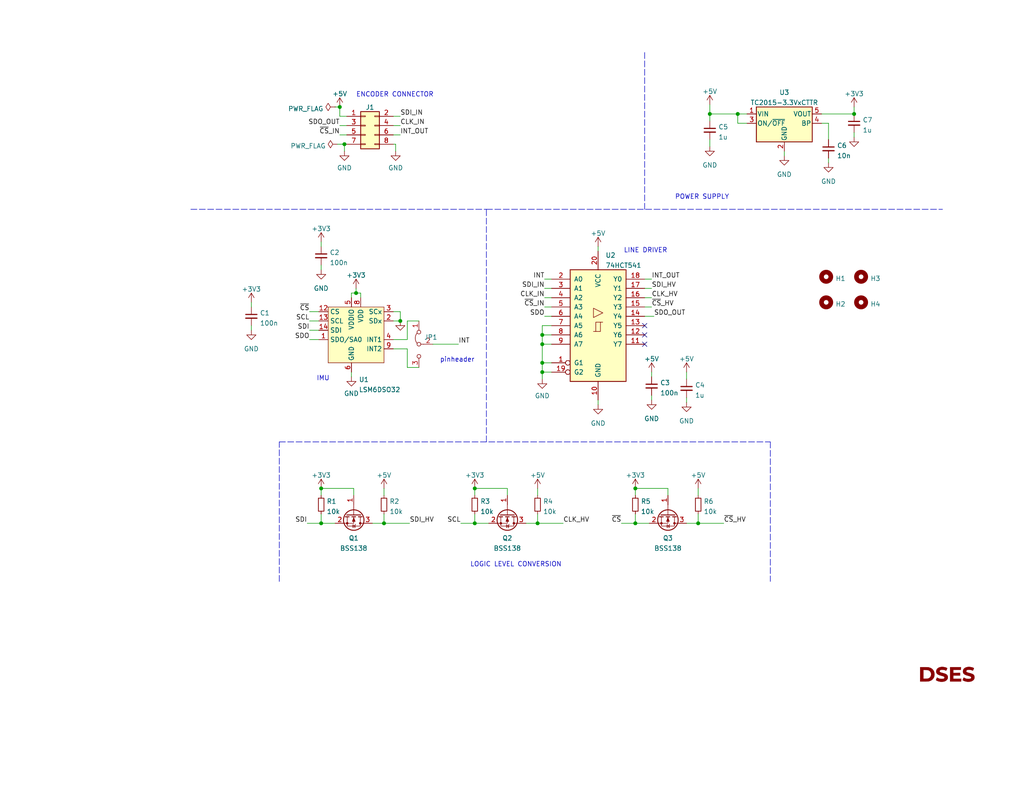
<source format=kicad_sch>
(kicad_sch (version 20211123) (generator eeschema)
  (paper "USLetter")
  (title_block (title "IMU Elevation Position Sensor") (date "2022-01-22") (rev "1") (company "Deep Space Exploration Society") (comment 1 "Designed by Hans Gaensbauer"))
  (lib_symbols
    (symbol "74xx:74HCT541" (pin_names (offset 1.016))
      (property "Reference" "U" (at -7.62 16.51 0))
      (property "Value" "74HCT541" (at -7.62 -16.51 0))
      (symbol "74HCT541_1_0"
        (polyline (pts (xy -0.635 -1.6002) (xy -0.635 0.9398) (xy 0.635 0.9398)))
        (polyline (pts (xy -1.27 -1.6002) (xy 0.635 -1.6002) (xy 0.635 0.9398) (xy 1.27 0.9398)))
        (polyline (pts (xy 1.27 3.4798) (xy -1.27 4.7498) (xy -1.27 2.2098) (xy 1.27 3.4798)) (stroke (width 0.1524)))
        (pin input inverted (at -12.7 -10.16 0) (length 5.08) (name "G1") (number "1"))
        (pin power_in line (at 0 -20.32 90) (length 5.08) (name "GND") (number "10"))
        (pin tri_state line (at 12.7 -5.08 180) (length 5.08) (name "Y7") (number "11"))
        (pin tri_state line (at 12.7 -2.54 180) (length 5.08) (name "Y6") (number "12"))
        (pin tri_state line (at 12.7 0 180) (length 5.08) (name "Y5") (number "13"))
        (pin tri_state line (at 12.7 2.54 180) (length 5.08) (name "Y4") (number "14"))
        (pin tri_state line (at 12.7 5.08 180) (length 5.08) (name "Y3") (number "15"))
        (pin tri_state line (at 12.7 7.62 180) (length 5.08) (name "Y2") (number "16"))
        (pin tri_state line (at 12.7 10.16 180) (length 5.08) (name "Y1") (number "17"))
        (pin tri_state line (at 12.7 12.7 180) (length 5.08) (name "Y0") (number "18"))
        (pin input inverted (at -12.7 -12.7 0) (length 5.08) (name "G2") (number "19"))
        (pin input line (at -12.7 12.7 0) (length 5.08) (name "A0") (number "2"))
        (pin power_in line (at 0 20.32 270) (length 5.08) (name "VCC") (number "20"))
        (pin input line (at -12.7 10.16 0) (length 5.08) (name "A1") (number "3"))
        (pin input line (at -12.7 7.62 0) (length 5.08) (name "A2") (number "4"))
        (pin input line (at -12.7 5.08 0) (length 5.08) (name "A3") (number "5"))
        (pin input line (at -12.7 2.54 0) (length 5.08) (name "A4") (number "6"))
        (pin input line (at -12.7 0 0) (length 5.08) (name "A5") (number "7"))
        (pin input line (at -12.7 -2.54 0) (length 5.08) (name "A6") (number "8"))
        (pin input line (at -12.7 -5.08 0) (length 5.08) (name "A7") (number "9"))
      )
      (symbol "74HCT541_1_1"
        (rectangle (start -7.62 15.24) (end 7.62 -15.24) (stroke (width 0.254)) (fill (type background)))
      )
    )
    (symbol "Connector_Generic:Conn_02x04_Odd_Even" (pin_names (offset 1.016) hide)
      (property "Reference" "J" (at 1.27 5.08 0))
      (property "Value" "Conn_02x04_Odd_Even" (at 1.27 -7.62 0))
      (symbol "Conn_02x04_Odd_Even_1_1"
        (rectangle (start -1.27 -4.953) (end 0 -5.207) (stroke (width 0.1524)))
        (rectangle (start -1.27 -2.413) (end 0 -2.667) (stroke (width 0.1524)))
        (rectangle (start -1.27 0.127) (end 0 -0.127) (stroke (width 0.1524)))
        (rectangle (start -1.27 2.667) (end 0 2.413) (stroke (width 0.1524)))
        (rectangle (start -1.27 3.81) (end 3.81 -6.35) (stroke (width 0.254)) (fill (type background)))
        (rectangle (start 3.81 -4.953) (end 2.54 -5.207) (stroke (width 0.1524)))
        (rectangle (start 3.81 -2.413) (end 2.54 -2.667) (stroke (width 0.1524)))
        (rectangle (start 3.81 0.127) (end 2.54 -0.127) (stroke (width 0.1524)))
        (rectangle (start 3.81 2.667) (end 2.54 2.413) (stroke (width 0.1524)))
        (pin passive line (at -5.08 2.54 0) (length 3.81) (name "Pin_1") (number "1"))
        (pin passive line (at 7.62 2.54 180) (length 3.81) (name "Pin_2") (number "2"))
        (pin passive line (at -5.08 0 0) (length 3.81) (name "Pin_3") (number "3"))
        (pin passive line (at 7.62 0 180) (length 3.81) (name "Pin_4") (number "4"))
        (pin passive line (at -5.08 -2.54 0) (length 3.81) (name "Pin_5") (number "5"))
        (pin passive line (at 7.62 -2.54 180) (length 3.81) (name "Pin_6") (number "6"))
        (pin passive line (at -5.08 -5.08 0) (length 3.81) (name "Pin_7") (number "7"))
        (pin passive line (at 7.62 -5.08 180) (length 3.81) (name "Pin_8") (number "8"))
      )
    )
    (symbol "Device:C_Small" (pin_numbers hide) (pin_names (offset 0.254) hide)
      (property "Reference" "C" (at 0.254 1.778 0))
      (property "Value" "C_Small" (at 0.254 -2.032 0))
      (symbol "C_Small_0_1"
        (polyline (pts (xy -1.524 -0.508) (xy 1.524 -0.508)) (stroke (width 0.3302)))
        (polyline (pts (xy -1.524 0.508) (xy 1.524 0.508)) (stroke (width 0.3048)))
      )
      (symbol "C_Small_1_1"
        (pin passive line (at 0 2.54 270) (length 2.032) (name "~") (number "1"))
        (pin passive line (at 0 -2.54 90) (length 2.032) (name "~") (number "2"))
      )
    )
    (symbol "Device:R_Small" (pin_numbers hide) (pin_names (offset 0.254) hide)
      (property "Reference" "R" (at 0.762 0.508 0))
      (property "Value" "R_Small" (at 0.762 -1.016 0))
      (symbol "R_Small_0_1"
        (rectangle (start -0.762 1.778) (end 0.762 -1.778) (stroke (width 0.2032)))
      )
      (symbol "R_Small_1_1"
        (pin passive line (at 0 2.54 270) (length 0.762) (name "~") (number "1"))
        (pin passive line (at 0 -2.54 90) (length 0.762) (name "~") (number "2"))
      )
    )
    (symbol "Jumper:Jumper_3_Bridged12" (pin_names (offset 0) hide)
      (property "Reference" "JP" (at -2.54 -2.54 0))
      (property "Value" "Jumper_3_Bridged12" (at 0 2.794 0))
      (symbol "Jumper_3_Bridged12_0_0"
        (circle (center -3.302 0) (radius 0.508))
        (circle (center 0 0) (radius 0.508))
        (circle (center 3.302 0) (radius 0.508))
      )
      (symbol "Jumper_3_Bridged12_0_1"
        (arc (start -0.254 0.508) (mid -1.651 0.9912) (end -3.048 0.508))
        (polyline (pts (xy 0 -1.27) (xy 0 -0.508)))
      )
      (symbol "Jumper_3_Bridged12_1_1"
        (pin passive line (at -6.35 0 0) (length 2.54) (name "A") (number "1"))
        (pin input line (at 0 -3.81 90) (length 2.54) (name "C") (number "2"))
        (pin passive line (at 6.35 0 180) (length 2.54) (name "B") (number "3"))
      )
    )
    (symbol "Mechanical:MountingHole" (pin_names (offset 1.016))
      (property "Reference" "H" (at 0 5.08 0))
      (property "Value" "MountingHole" (at 0 3.175 0))
      (symbol "MountingHole_0_1"
        (circle (center 0 0) (radius 1.27) (stroke (width 1.27)))
      )
    )
    (symbol "Regulator_Linear:TC2015-3.3VxCTTR" (pin_names (offset 0.254))
      (property "Reference" "U" (at -6.35 5.715 0))
      (property "Value" "TC2015-3.3VxCTTR" (at 0 5.715 0))
      (symbol "TC2015-3.3VxCTTR_0_1"
        (rectangle (start -7.62 -5.08) (end 7.62 4.445) (stroke (width 0.254)) (fill (type background)))
      )
      (symbol "TC2015-3.3VxCTTR_1_1"
        (pin power_in line (at -10.16 2.54 0) (length 2.54) (name "VIN") (number "1"))
        (pin power_in line (at 0 -7.62 90) (length 2.54) (name "GND") (number "2"))
        (pin input line (at -10.16 0 0) (length 2.54) (name "ON/~{OFF}") (number "3"))
        (pin input line (at 10.16 0 180) (length 2.54) (name "BP") (number "4"))
        (pin power_out line (at 10.16 2.54 180) (length 2.54) (name "VOUT") (number "5"))
      )
    )
    (symbol "Transistor_FET:BSS138" (pin_names hide)
      (property "Reference" "Q" (at 5.08 1.905 0))
      (property "Value" "BSS138" (at 5.08 0 0))
      (symbol "BSS138_0_1"
        (polyline (pts (xy 0.254 0) (xy -2.54 0)))
        (polyline (pts (xy 0.254 1.905) (xy 0.254 -1.905)) (stroke (width 0.254)))
        (polyline (pts (xy 0.762 -1.27) (xy 0.762 -2.286)) (stroke (width 0.254)))
        (polyline (pts (xy 0.762 0.508) (xy 0.762 -0.508)) (stroke (width 0.254)))
        (polyline (pts (xy 0.762 2.286) (xy 0.762 1.27)) (stroke (width 0.254)))
        (polyline (pts (xy 2.54 2.54) (xy 2.54 1.778)))
        (polyline (pts (xy 2.54 -2.54) (xy 2.54 0) (xy 0.762 0)))
        (polyline (pts (xy 0.762 -1.778) (xy 3.302 -1.778) (xy 3.302 1.778) (xy 0.762 1.778)))
        (polyline (pts (xy 1.016 0) (xy 2.032 0.381) (xy 2.032 -0.381) (xy 1.016 0)) (fill (type outline)))
        (polyline (pts (xy 2.794 0.508) (xy 2.921 0.381) (xy 3.683 0.381) (xy 3.81 0.254)))
        (polyline (pts (xy 3.302 0.381) (xy 2.921 -0.254) (xy 3.683 -0.254) (xy 3.302 0.381)))
        (circle (center 1.651 0) (radius 2.794) (stroke (width 0.254)))
        (circle (center 2.54 -1.778) (radius 0.254) (fill (type outline)))
        (circle (center 2.54 1.778) (radius 0.254) (fill (type outline)))
      )
      (symbol "BSS138_1_1"
        (pin input line (at -5.08 0 0) (length 2.54) (name "G") (number "1"))
        (pin passive line (at 2.54 -5.08 90) (length 2.54) (name "S") (number "2"))
        (pin passive line (at 2.54 5.08 270) (length 2.54) (name "D") (number "3"))
      )
    )
    (symbol "interferometer:DSES-Logo" (pin_names (offset 1.016))
      (symbol "DSES-Logo_0_0"
        (polyline (pts (xy 3.7893 -1.5428) (xy 3.802 -1.1745) (xy 2.7371 -1.1857) (xy 1.6721 -1.1969) (xy 1.6721 -0.2787) (xy 3.5034 -0.2787) (xy 3.5034 0.418) (xy 2.5878 0.4038) (xy 1.6721 0.3896) (xy 1.6721 1.2739) (xy 3.6917 1.2739) (xy 3.717 1.4587) (xy 3.7214 1.4936) (xy 3.7363 1.6611) (xy 3.7423 1.817) (xy 3.7423 1.9906) (xy 0.7962 1.9906) (xy 0.7962 -1.911) (xy 3.7767 -1.911) (xy 3.7893 -1.5428)) (stroke (width 0.01)) (fill (type outline)))
        (polyline (pts (xy -6.3401 -1.9103) (xy -6.1675 -1.9099) (xy -5.8262 -1.9065) (xy -5.5516 -1.8993) (xy -5.335 -1.888) (xy -5.1673 -1.8721) (xy -5.0397 -1.8513) (xy -4.6543 -1.7352) (xy -4.3097 -1.5595) (xy -4.0174 -1.3309) (xy -3.7821 -1.0549) (xy -3.6082 -0.737) (xy -3.5006 -0.3826) (xy -3.4636 0.0029) (xy -3.4636 0.0062) (xy -3.4993 0.4174) (xy -3.6032 0.7894) (xy -3.7722 1.1185) (xy -4.0034 1.4008) (xy -4.2937 1.6328) (xy -4.6402 1.8107) (xy -5.0397 1.9309) (xy -5.0911 1.9406) (xy -5.2352 1.9592) (xy -5.4232 1.973) (xy -5.6641 1.9825) (xy -5.9667 1.9879) (xy -6.3401 1.9899) (xy -7.3652 1.9906) (xy -7.3652 -1.1614) (xy -6.4894 -1.1614) (xy -6.4894 1.2597) (xy -6.141 1.2464) (xy -6.0194 1.2418) (xy -5.7495 1.231) (xy -5.5432 1.2213) (xy -5.3889 1.2111) (xy -5.2749 1.1991) (xy -5.1897 1.1836) (xy -5.1217 1.1634) (xy -5.0593 1.137) (xy -4.9909 1.1029) (xy -4.9015 1.0525) (xy -4.6757 0.8687) (xy -4.5122 0.6366) (xy -4.4128 0.3592) (xy -4.3793 0.0398) (xy -4.3826 -0.0642) (xy -4.437 -0.3716) (xy -4.5574 -0.6359) (xy -4.7425 -0.8549) (xy -4.9909 -1.0263) (xy -5.0354 -1.0491) (xy -5.1117 -1.0832) (xy -5.1908 -1.1074) (xy -5.2881 -1.1237) (xy -5.4189 -1.1344) (xy -5.5985 -1.1416) (xy -5.8424 -1.1475) (xy -6.4894 -1.1614) (xy -7.3652 -1.1614) (xy -7.3652 -1.911) (xy -6.3401 -1.9103)) (stroke (width 0.01)) (fill (type outline)))
        (polyline (pts (xy -1.2796 -1.9625) (xy -1.0198 -1.9362) (xy -0.8056 -1.8947) (xy -0.605 -1.8237) (xy -0.3599 -1.689) (xy -0.1484 -1.5187) (xy 0.0141 -1.3255) (xy 0.1124 -1.1225) (xy 0.1464 -0.9547) (xy 0.157 -0.7308) (xy 0.1357 -0.5143) (xy 0.0838 -0.3384) (xy 0.0763 -0.3226) (xy -0.0168 -0.1706) (xy -0.1429 -0.04) (xy -0.3114 0.0745) (xy -0.5316 0.1783) (xy -0.8126 0.2766) (xy -1.1639 0.3747) (xy -1.3013 0.4103) (xy -1.5635 0.4821) (xy -1.7606 0.5447) (xy -1.9018 0.6032) (xy -1.9959 0.6627) (xy -2.052 0.7283) (xy -2.0791 0.8052) (xy -2.0862 0.8984) (xy -2.0855 0.9188) (xy -2.0385 1.0671) (xy -1.9263 1.1914) (xy -1.7616 1.2772) (xy -1.7506 1.2806) (xy -1.6275 1.3002) (xy -1.45 1.309) (xy -1.24 1.3057) (xy -1.1167 1.2988) (xy -0.9226 1.2773) (xy -0.7599 1.2399) (xy -0.5972 1.1804) (xy -0.5917 1.1781) (xy -0.4587 1.1234) (xy -0.3547 1.0823) (xy -0.302 1.0635) (xy -0.2922 1.068) (xy -0.2518 1.1243) (xy -0.1949 1.2314) (xy -0.1304 1.3732) (xy 0.0048 1.6913) (xy -0.0812 1.7609) (xy -0.1563 1.8051) (xy -0.2838 1.8607) (xy -0.4319 1.9128) (xy -0.5184 1.9384) (xy -0.9298 2.0262) (xy -1.331 2.058) (xy -1.7114 2.035) (xy -2.0609 1.9584) (xy -2.369 1.8295) (xy -2.6253 1.6495) (xy -2.8006 1.4535) (xy -2.921 1.2152) (xy -2.9757 0.9367) (xy -2.9806 0.8446) (xy -2.9634 0.6016) (xy -2.8957 0.3918) (xy -2.7728 0.2107) (xy -2.5899 0.0536) (xy -2.342 -0.0838) (xy -2.0244 -0.2061) (xy -1.6323 -0.3179) (xy -1.3672 -0.3876) (xy -1.1239 -0.4628) (xy -0.9457 -0.5355) (xy -0.825 -0.6106) (xy -0.7546 -0.6929) (xy -0.7268 -0.7872) (xy -0.7344 -0.8984) (xy -0.7618 -0.9898) (xy -0.8369 -1.0931) (xy -0.962 -1.1642) (xy -1.1461 -1.2076) (xy -1.3984 -1.2278) (xy -1.5817 -1.2295) (xy -1.9168 -1.1991) (xy -2.2232 -1.1189) (xy -2.5274 -0.9831) (xy -2.7721 -0.8531) (xy -2.9089 -1.1686) (xy -2.9339 -1.2264) (xy -2.9932 -1.3636) (xy -3.0368 -1.465) (xy -3.0568 -1.5122) (xy -3.0573 -1.5142) (xy -3.0259 -1.5508) (xy -2.9391 -1.6066) (xy -2.8145 -1.673) (xy -2.6694 -1.7412) (xy -2.5211 -1.8025) (xy -2.3872 -1.8481) (xy -2.3004 -1.8714) (xy -2.1091 -1.9153) (xy -1.9293 -1.949) (xy -1.8041 -1.9633) (xy -1.552 -1.9721) (xy -1.2796 -1.9625)) (stroke (width 0.01)) (fill (type outline)))
        (polyline (pts (xy 6.006 -1.9625) (xy 6.2657 -1.9362) (xy 6.4799 -1.8947) (xy 6.6806 -1.8237) (xy 6.9257 -1.689) (xy 7.1372 -1.5187) (xy 7.2997 -1.3255) (xy 7.398 -1.1225) (xy 7.432 -0.9547) (xy 7.4426 -0.7308) (xy 7.4213 -0.5143) (xy 7.3693 -0.3384) (xy 7.3618 -0.3226) (xy 7.2688 -0.1706) (xy 7.1427 -0.04) (xy 6.9742 0.0745) (xy 6.754 0.1783) (xy 6.4729 0.2766) (xy 6.1217 0.3747) (xy 5.9842 0.4103) (xy 5.7221 0.4821) (xy 5.525 0.5447) (xy 5.3838 0.6032) (xy 5.2897 0.6627) (xy 5.2335 0.7283) (xy 5.2065 0.8052) (xy 5.1994 0.8984) (xy 5.2001 0.9188) (xy 5.2471 1.0671) (xy 5.3592 1.1914) (xy 5.524 1.2772) (xy 5.535 1.2806) (xy 5.6581 1.3002) (xy 5.8356 1.309) (xy 6.0456 1.3057) (xy 6.1689 1.2988) (xy 6.363 1.2773) (xy 6.5256 1.2399) (xy 6.6884 1.1804) (xy 6.6938 1.1781) (xy 6.8269 1.1234) (xy 6.9309 1.0823) (xy 6.9836 1.0635) (xy 6.9934 1.068) (xy 7.0338 1.1243) (xy 7.0907 1.2314) (xy 7.1552 1.3732) (xy 7.2904 1.6913) (xy 7.2044 1.7609) (xy 7.1293 1.8051) (xy 7.0017 1.8607) (xy 6.8537 1.9128) (xy 6.7671 1.9384) (xy 6.3557 2.0262) (xy 5.9546 2.058) (xy 5.5742 2.035) (xy 5.2247 1.9584) (xy 4.9166 1.8295) (xy 4.6603 1.6495) (xy 4.485 1.4535) (xy 4.3646 1.2152) (xy 4.3099 0.9367) (xy 4.305 0.8446) (xy 4.3222 0.6016) (xy 4.3899 0.3918) (xy 4.5127 0.2107) (xy 4.6957 0.0536) (xy 4.9435 -0.0838) (xy 5.2611 -0.2061) (xy 5.6533 -0.3179) (xy 5.9184 -0.3876) (xy 6.1617 -0.4628) (xy 6.3399 -0.5355) (xy 6.4605 -0.6106) (xy 6.531 -0.6929) (xy 6.5588 -0.7872) (xy 6.5512 -0.8984) (xy 6.5238 -0.9898) (xy 6.4487 -1.0931) (xy 6.3236 -1.1642) (xy 6.1395 -1.2076) (xy 5.8872 -1.2278) (xy 5.7039 -1.2295) (xy 5.3688 -1.1991) (xy 5.0623 -1.1189) (xy 4.7582 -0.9831) (xy 4.5135 -0.8531) (xy 4.3767 -1.1686) (xy 4.3517 -1.2264) (xy 4.2924 -1.3636) (xy 4.2487 -1.465) (xy 4.2288 -1.5122) (xy 4.2283 -1.5142) (xy 4.2597 -1.5508) (xy 4.3465 -1.6066) (xy 4.4711 -1.673) (xy 4.6162 -1.7412) (xy 4.7645 -1.8025) (xy 4.8984 -1.8481) (xy 4.9852 -1.8714) (xy 5.1765 -1.9153) (xy 5.3562 -1.949) (xy 5.4815 -1.9633) (xy 5.7336 -1.9721) (xy 6.006 -1.9625)) (stroke (width 0.01)) (fill (type outline)))
      )
    )
    (symbol "interferometer:LSM6DSO32"
      (property "Reference" "U" (at -5.08 1.27 0))
      (property "Value" "LSM6DSO32" (at -1.27 5.08 0))
      (symbol "LSM6DSO32_0_1"
        (rectangle (start -6.35 -5.08) (end 8.89 -20.32) (stroke (width 0.1524)) (fill (type background)))
      )
      (symbol "LSM6DSO32_1_1"
        (pin bidirectional line (at -8.89 -13.97 0) (length 2.54) (name "SDO/SA0") (number "1"))
        (pin no_connect line (at 1.27 -16.51 0) (length 0) hide (name "NC") (number "10"))
        (pin no_connect line (at 1.27 -17.78 0) (length 0) hide (name "NC") (number "11"))
        (pin input line (at -8.89 -6.35 0) (length 2.54) (name "CS") (number "12"))
        (pin input line (at -8.89 -8.89 0) (length 2.54) (name "SCL") (number "13"))
        (pin input line (at -8.89 -11.43 0) (length 2.54) (name "SDI") (number "14"))
        (pin input line (at 11.43 -8.89 180) (length 2.54) (name "SDx") (number "2"))
        (pin input line (at 11.43 -6.35 180) (length 2.54) (name "SCx") (number "3"))
        (pin output line (at 11.43 -13.97 180) (length 2.54) (name "INT1") (number "4"))
        (pin power_in line (at 0 -2.54 270) (length 2.54) (name "VDDIO") (number "5"))
        (pin power_in line (at 0 -22.86 90) (length 2.54) (name "GND") (number "6"))
        (pin power_in line (at 0 -22.86 180) (length 0) hide (name "GND") (number "7"))
        (pin power_in line (at 2.54 -2.54 270) (length 2.54) (name "VDD") (number "8"))
        (pin output line (at 11.43 -16.51 180) (length 2.54) (name "INT2") (number "9"))
      )
    )
    (symbol "power:+3.3V" (power) (pin_names (offset 0))
      (property "Value" "+3.3V" (at 0 3.556 0))
      (symbol "+3.3V_0_1"
        (polyline (pts (xy -0.762 1.27) (xy 0 2.54)))
        (polyline (pts (xy 0 0) (xy 0 2.54)))
        (polyline (pts (xy 0 2.54) (xy 0.762 1.27)))
      )
      (symbol "+3.3V_1_1"
        (pin power_in line (at 0 0 90) (length 0) hide (name "+3V3") (number "1"))
      )
    )
    (symbol "power:+5V" (power) (pin_names (offset 0))
      (property "Value" "+5V" (at 0 3.556 0))
      (symbol "+5V_0_1"
        (polyline (pts (xy -0.762 1.27) (xy 0 2.54)))
        (polyline (pts (xy 0 0) (xy 0 2.54)))
        (polyline (pts (xy 0 2.54) (xy 0.762 1.27)))
      )
      (symbol "+5V_1_1"
        (pin power_in line (at 0 0 90) (length 0) hide (name "+5V") (number "1"))
      )
    )
    (symbol "power:GND" (power) (pin_names (offset 0))
      (property "Value" "GND" (at 0 -3.81 0))
      (symbol "GND_0_1"
        (polyline (pts (xy 0 0) (xy 0 -1.27) (xy 1.27 -1.27) (xy 0 -2.54) (xy -1.27 -1.27) (xy 0 -1.27)))
      )
      (symbol "GND_1_1"
        (pin power_in line (at 0 0 270) (length 0) hide (name "GND") (number "1"))
      )
    )
    (symbol "power:PWR_FLAG" (power) (pin_numbers hide) (pin_names (offset 0) hide)
      (property "Value" "PWR_FLAG" (at 0 3.81 0))
      (symbol "PWR_FLAG_0_0"
        (pin power_out line (at 0 0 90) (length 0) (name "pwr") (number "1"))
      )
      (symbol "PWR_FLAG_0_1"
        (polyline (pts (xy 0 0) (xy 0 1.27) (xy -1.016 1.905) (xy 0 2.54) (xy 1.016 1.905) (xy 0 1.27)))
      )
    )
  )
  (junction (at 147.955 101.6))
  (junction (at 147.955 91.44))
  (junction (at 146.685 142.875))
  (junction (at 97.155 80.01))
  (junction (at 193.675 31.115))
  (junction (at 173.355 142.875))
  (junction (at 92.71 29.21))
  (junction (at 104.775 142.875))
  (junction (at 87.63 133.35))
  (junction (at 190.5 142.875))
  (junction (at 129.54 133.35))
  (junction (at 147.955 99.06))
  (junction (at 93.98 39.37))
  (junction (at 129.54 142.875))
  (junction (at 233.045 31.115))
  (junction (at 147.955 93.98))
  (junction (at 87.63 142.875))
  (junction (at 173.355 133.35))
  (junction (at 201.295 31.115))
  (junction (at 109.22 87.63))
  (no_connect (at 175.895 91.44))
  (no_connect (at 175.895 88.9))
  (no_connect (at 175.895 93.98))
  (wire (pts (xy 107.315 36.83) (xy 109.22 36.83)))
  (wire (pts (xy 201.295 31.115) (xy 201.295 33.655)))
  (wire (pts (xy 175.895 86.36) (xy 178.435 86.36)))
  (wire (pts (xy 92.71 31.75) (xy 94.615 31.75)))
  (wire (pts (xy 177.8 101.6) (xy 177.8 102.87)))
  (wire (pts (xy 96.52 133.35) (xy 96.52 135.255)))
  (wire (pts (xy 68.58 88.9) (xy 68.58 90.17)))
  (wire (pts (xy 111.125 87.63) (xy 111.125 92.71)))
  (wire (pts (xy 109.22 87.63) (xy 107.315 87.63)))
  (wire (pts (xy 147.955 99.06) (xy 147.955 101.6)))
  (wire (pts (xy 107.315 34.29) (xy 109.22 34.29)))
  (wire (pts (xy 104.775 142.875) (xy 104.775 140.335)))
  (wire (pts (xy 193.675 28.575) (xy 193.675 31.115)))
  (wire (pts (xy 83.82 142.875) (xy 87.63 142.875)))
  (wire (pts (xy 129.54 133.35) (xy 129.54 135.255)))
  (wire (pts (xy 87.63 133.35) (xy 96.52 133.35)))
  (wire (pts (xy 175.895 76.2) (xy 177.8 76.2)))
  (wire (pts (xy 93.98 41.275) (xy 93.98 39.37)))
  (wire (pts (xy 147.955 91.44) (xy 150.495 91.44)))
  (wire (pts (xy 175.895 83.82) (xy 177.8 83.82)))
  (polyline (pts (xy 210.185 120.65) (xy 210.185 158.75)))
  (wire (pts (xy 201.295 31.115) (xy 203.835 31.115)))
  (wire (pts (xy 147.955 88.9) (xy 150.495 88.9)))
  (wire (pts (xy 148.59 78.74) (xy 150.495 78.74)))
  (wire (pts (xy 147.955 91.44) (xy 147.955 93.98)))
  (wire (pts (xy 93.98 39.37) (xy 94.615 39.37)))
  (wire (pts (xy 109.22 85.09) (xy 109.22 87.63)))
  (wire (pts (xy 95.885 80.01) (xy 95.885 81.28)))
  (wire (pts (xy 163.195 67.31) (xy 163.195 68.58)))
  (wire (pts (xy 68.58 82.55) (xy 68.58 83.82)))
  (wire (pts (xy 138.43 133.35) (xy 138.43 135.255)))
  (wire (pts (xy 147.955 88.9) (xy 147.955 91.44)))
  (wire (pts (xy 104.775 142.875) (xy 111.76 142.875)))
  (wire (pts (xy 111.125 95.25) (xy 111.125 100.33)))
  (wire (pts (xy 177.165 142.875) (xy 173.355 142.875)))
  (wire (pts (xy 92.075 39.37) (xy 93.98 39.37)))
  (wire (pts (xy 118.11 93.98) (xy 125.095 93.98)))
  (wire (pts (xy 187.325 108.585) (xy 187.325 109.855)))
  (wire (pts (xy 182.245 133.35) (xy 182.245 135.255)))
  (wire (pts (xy 169.545 142.875) (xy 173.355 142.875)))
  (wire (pts (xy 177.8 107.95) (xy 177.8 109.22)))
  (wire (pts (xy 101.6 142.875) (xy 104.775 142.875)))
  (wire (pts (xy 84.455 85.09) (xy 86.995 85.09)))
  (polyline (pts (xy 132.715 120.65) (xy 132.715 57.15)))
  (wire (pts (xy 92.71 29.21) (xy 92.71 31.75)))
  (wire (pts (xy 84.455 92.71) (xy 86.995 92.71)))
  (wire (pts (xy 190.5 142.875) (xy 197.485 142.875)))
  (wire (pts (xy 187.325 142.875) (xy 190.5 142.875)))
  (wire (pts (xy 107.315 95.25) (xy 111.125 95.25)))
  (wire (pts (xy 187.325 101.6) (xy 187.325 103.505)))
  (wire (pts (xy 226.06 43.18) (xy 226.06 44.45)))
  (wire (pts (xy 129.54 133.35) (xy 138.43 133.35)))
  (wire (pts (xy 107.95 39.37) (xy 107.315 39.37)))
  (wire (pts (xy 114.3 87.63) (xy 111.125 87.63)))
  (wire (pts (xy 91.44 142.875) (xy 87.63 142.875)))
  (polyline (pts (xy 76.2 158.75) (xy 76.2 120.65)))
  (wire (pts (xy 147.955 93.98) (xy 150.495 93.98)))
  (wire (pts (xy 148.59 83.82) (xy 150.495 83.82)))
  (wire (pts (xy 143.51 142.875) (xy 146.685 142.875)))
  (wire (pts (xy 193.675 38.1) (xy 193.675 40.005)))
  (wire (pts (xy 193.675 31.115) (xy 193.675 33.02)))
  (wire (pts (xy 87.63 72.39) (xy 87.63 73.66)))
  (wire (pts (xy 146.685 142.875) (xy 153.67 142.875)))
  (wire (pts (xy 147.955 101.6) (xy 147.955 103.505)))
  (wire (pts (xy 193.675 31.115) (xy 201.295 31.115)))
  (wire (pts (xy 175.895 81.28) (xy 177.8 81.28)))
  (wire (pts (xy 148.59 81.28) (xy 150.495 81.28)))
  (wire (pts (xy 107.315 31.75) (xy 109.22 31.75)))
  (wire (pts (xy 97.155 80.01) (xy 98.425 80.01)))
  (wire (pts (xy 104.775 133.35) (xy 104.775 135.255)))
  (wire (pts (xy 233.045 36.195) (xy 233.045 37.465)))
  (wire (pts (xy 226.06 33.655) (xy 226.06 38.1)))
  (wire (pts (xy 129.54 142.875) (xy 129.54 140.335)))
  (polyline (pts (xy 132.715 57.15) (xy 257.175 57.15)))
  (wire (pts (xy 107.95 41.275) (xy 107.95 39.37)))
  (wire (pts (xy 148.59 86.36) (xy 150.495 86.36)))
  (wire (pts (xy 91.44 29.21) (xy 92.71 29.21)))
  (wire (pts (xy 190.5 142.875) (xy 190.5 140.335)))
  (wire (pts (xy 98.425 80.01) (xy 98.425 81.28)))
  (polyline (pts (xy 175.895 57.15) (xy 175.895 13.97)))
  (wire (pts (xy 148.59 76.2) (xy 150.495 76.2)))
  (wire (pts (xy 97.155 78.74) (xy 97.155 80.01)))
  (wire (pts (xy 173.355 142.875) (xy 173.355 140.335)))
  (wire (pts (xy 146.685 133.35) (xy 146.685 135.255)))
  (wire (pts (xy 97.155 80.01) (xy 95.885 80.01)))
  (wire (pts (xy 150.495 99.06) (xy 147.955 99.06)))
  (wire (pts (xy 147.955 101.6) (xy 150.495 101.6)))
  (wire (pts (xy 111.125 100.33) (xy 114.3 100.33)))
  (wire (pts (xy 175.895 78.74) (xy 177.8 78.74)))
  (wire (pts (xy 84.455 90.17) (xy 86.995 90.17)))
  (wire (pts (xy 224.155 33.655) (xy 226.06 33.655)))
  (wire (pts (xy 87.63 133.35) (xy 87.63 135.255)))
  (wire (pts (xy 163.195 109.22) (xy 163.195 110.49)))
  (wire (pts (xy 125.73 142.875) (xy 129.54 142.875)))
  (wire (pts (xy 213.995 41.275) (xy 213.995 42.545)))
  (wire (pts (xy 173.355 133.35) (xy 173.355 135.255)))
  (wire (pts (xy 92.71 34.29) (xy 94.615 34.29)))
  (wire (pts (xy 84.455 87.63) (xy 86.995 87.63)))
  (wire (pts (xy 147.955 93.98) (xy 147.955 99.06)))
  (wire (pts (xy 190.5 133.35) (xy 190.5 135.255)))
  (wire (pts (xy 224.155 31.115) (xy 233.045 31.115)))
  (wire (pts (xy 201.295 33.655) (xy 203.835 33.655)))
  (wire (pts (xy 173.355 133.35) (xy 182.245 133.35)))
  (wire (pts (xy 87.63 66.04) (xy 87.63 67.31)))
  (wire (pts (xy 87.63 142.875) (xy 87.63 140.335)))
  (wire (pts (xy 107.315 85.09) (xy 109.22 85.09)))
  (polyline (pts (xy 76.2 120.65) (xy 210.185 120.65)))
  (wire (pts (xy 146.685 142.875) (xy 146.685 140.335)))
  (polyline (pts (xy 52.07 57.15) (xy 132.715 57.15)))
  (wire (pts (xy 111.125 92.71) (xy 107.315 92.71)))
  (wire (pts (xy 233.045 29.21) (xy 233.045 31.115)))
  (wire (pts (xy 133.35 142.875) (xy 129.54 142.875)))
  (wire (pts (xy 95.885 101.6) (xy 95.885 102.87)))
  (wire (pts (xy 92.71 36.83) (xy 94.615 36.83)))
  (text "IMU" (at 86.36 104.14 0) (effects (font (size 1.27 1.27)) (justify left bottom)))
  (text "POWER SUPPLY" (at 184.15 54.61 0) (effects (font (size 1.27 1.27)) (justify left bottom)))
  (text "LINE DRIVER" (at 170.18 69.215 0) (effects (font (size 1.27 1.27)) (justify left bottom)))
  (text "pinheader" (at 120.015 99.06 0) (effects (font (size 1.27 1.27)) (justify left bottom)))
  (text "LOGIC LEVEL CONVERSION" (at 128.27 154.94 0) (effects (font (size 1.27 1.27)) (justify left bottom)))
  (text "ENCODER CONNECTOR" (at 97.155 26.67 0) (effects (font (size 1.27 1.27)) (justify left bottom)))
  (label "CLK_IN" (at 109.22 34.29 0))
  (label "SCL" (at 125.73 142.875 180))
  (label "SDI" (at 83.82 142.875 180))
  (label "CLK_HV" (at 177.8 81.28 0))
  (label "SDO_OUT" (at 92.71 34.29 180))
  (label "INT" (at 125.095 93.98 0))
  (label "SDO" (at 148.59 86.36 180))
  (label "SCL" (at 84.455 87.63 180))
  (label "INT_OUT" (at 177.8 76.2 0))
  (label "SDO" (at 84.455 92.71 180))
  (label "INT" (at 148.59 76.2 180))
  (label "SDI_HV" (at 177.8 78.74 0))
  (label "~{CS}" (at 169.545 142.875 180))
  (label "CLK_IN" (at 148.59 81.28 180))
  (label "INT_OUT" (at 109.22 36.83 0))
  (label "CLK_HV" (at 153.67 142.875 0))
  (label "~{CS}_IN" (at 92.71 36.83 180))
  (label "SDI" (at 84.455 90.17 180))
  (label "~{CS}_HV" (at 197.485 142.875 0))
  (label "~{CS}_IN" (at 148.59 83.82 180))
  (label "SDI_IN" (at 109.22 31.75 0))
  (label "SDI_HV" (at 111.76 142.875 0))
  (label "SDI_IN" (at 148.59 78.74 180))
  (label "SDO_OUT" (at 178.435 86.36 0))
  (label "~{CS}" (at 84.455 85.09 180))
  (label "~{CS}_HV" (at 177.8 83.82 0))
  (symbol (lib_id "Device:C_Small") (at 68.58 86.36 0) (unit 1)
    (property "Reference" "C1" (at 70.9041 85.4578 0) (effects (justify left)))
    (property "Value" "100n" (at 70.9041 88.2329 0) (effects (justify left)))
    (property "Footprint" "Capacitor_SMD:C_1206_3216Metric" (effects hide))
  )
  (symbol (lib_id "Device:R_Small") (at 173.355 137.795 0) (unit 1)
    (property "Reference" "R5" (at 174.8536 136.8865 0) (effects (justify left)))
    (property "Value" "10k" (at 174.8536 139.6616 0) (effects (justify left)))
    (property "Footprint" "Resistor_SMD:R_0603_1608Metric" (effects hide))
  )
  (symbol (lib_id "Transistor_FET:BSS138") (at 182.245 140.335 270) (unit 1)
    (property "Reference" "Q3" (at 182.245 146.9295 90))
    (property "Value" "BSS138" (at 182.245 149.7046 90))
    (property "Footprint" "Package_TO_SOT_SMD:SOT-323_SC-70" (effects hide))
    (property "Datasheet" "https://www.onsemi.com/pub/Collateral/BSS138-D.PDF" (effects hide))
  )
  (symbol (lib_id "Device:C_Small") (at 177.8 105.41 0) (unit 1)
    (property "Reference" "C3" (at 180.1241 104.5078 0) (effects (justify left)))
    (property "Value" "100n" (at 180.1241 107.2829 0) (effects (justify left)))
    (property "Footprint" "Capacitor_SMD:C_1206_3216Metric" (effects hide))
  )
  (symbol (lib_id "power:GND") (at 107.95 41.275 0) (unit 1)
    (property "Reference" "#PWR011" (effects hide))
    (property "Value" "GND" (at 107.95 45.8375 0))
  )
  (symbol (lib_id "Regulator_Linear:TC2015-3.3VxCTTR") (at 213.995 33.655 0) (unit 1)
    (property "Reference" "U3" (at 213.995 25.2435 0))
    (property "Value" "TC2015-3.3VxCTTR" (at 213.995 28.0186 0))
    (property "Footprint" "Package_TO_SOT_SMD:SOT-23-5" (effects hide))
    (property "Datasheet" "http://ww1.microchip.com/downloads/en/DeviceDoc/21662F.pdf" (effects hide))
  )
  (symbol (lib_id "power:+5V") (at 146.685 133.35 0) (unit 1)
    (property "Reference" "#PWR014" (effects hide))
    (property "Value" "+5V" (at 146.685 129.7455 0))
  )
  (symbol (lib_id "Device:R_Small") (at 146.685 137.795 0) (unit 1)
    (property "Reference" "R4" (at 148.1836 136.8865 0) (effects (justify left)))
    (property "Value" "10k" (at 148.1836 139.6616 0) (effects (justify left)))
    (property "Footprint" "Resistor_SMD:R_0603_1608Metric" (effects hide))
  )
  (symbol (lib_id "power:+3.3V") (at 68.58 82.55 0) (unit 1)
    (property "Reference" "#PWR01" (effects hide))
    (property "Value" "+3.3V" (at 68.58 78.9455 0))
  )
  (symbol (lib_id "Transistor_FET:BSS138") (at 96.52 140.335 270) (unit 1)
    (property "Reference" "Q1" (at 96.52 146.9295 90))
    (property "Value" "BSS138" (at 96.52 149.7046 90))
    (property "Footprint" "Package_TO_SOT_SMD:SOT-323_SC-70" (effects hide))
    (property "Datasheet" "https://www.onsemi.com/pub/Collateral/BSS138-D.PDF" (effects hide))
  )
  (symbol (lib_id "power:+3.3V") (at 129.54 133.35 0) (unit 1)
    (property "Reference" "#PWR013" (effects hide))
    (property "Value" "+3.3V" (at 129.54 129.7455 0))
  )
  (symbol (lib_id "power:GND") (at 68.58 90.17 0) (unit 1)
    (property "Reference" "#PWR02" (effects hide))
    (property "Value" "GND" (at 68.58 95.25 0))
  )
  (symbol (lib_id "power:GND") (at 177.8 109.22 0) (unit 1)
    (property "Reference" "#PWR020" (effects hide))
    (property "Value" "GND" (at 177.8 114.3 0))
  )
  (symbol (lib_id "power:GND") (at 213.995 42.545 0) (unit 1)
    (property "Reference" "#PWR026" (effects hide))
    (property "Value" "GND" (at 213.995 47.625 0))
  )
  (symbol (lib_id "Mechanical:MountingHole") (at 234.95 82.55 0) (unit 1)
    (property "Reference" "H4" (at 237.49 83.029 0) (effects (justify left)))
    (property "Value" "MountingHole" (effects hide))
    (property "Footprint" "MountingHole:MountingHole_3.2mm_M3" (effects hide))
  )
  (symbol (lib_id "Mechanical:MountingHole") (at 234.95 75.565 0) (unit 1)
    (property "Reference" "H3" (at 237.49 76.044 0) (effects (justify left)))
    (property "Value" "MountingHole" (effects hide))
    (property "Footprint" "MountingHole:MountingHole_3.2mm_M3" (effects hide))
  )
  (symbol (lib_id "interferometer:LSM6DSO32") (at 95.885 78.74 0) (unit 1)
    (property "Reference" "U1" (at 97.9044 103.6225 0) (effects (justify left)))
    (property "Value" "LSM6DSO32" (at 97.9044 106.3976 0) (effects (justify left)))
    (property "Footprint" "Package_LGA:Bosch_LGA-14_3x2.5mm_P0.5mm" (effects hide))
    (property "Datasheet" "https://www.st.com/resource/en/datasheet/lsm6dso32.pdf" (effects hide))
  )
  (symbol (lib_id "power:GND") (at 93.98 41.275 0) (unit 1)
    (property "Reference" "#PWR07" (effects hide))
    (property "Value" "GND" (at 93.98 45.8375 0))
  )
  (symbol (lib_id "power:GND") (at 87.63 73.66 0) (unit 1)
    (property "Reference" "#PWR04" (effects hide))
    (property "Value" "GND" (at 87.63 78.74 0))
  )
  (symbol (lib_id "74xx:74HCT541") (at 163.195 88.9 0) (unit 1)
    (property "Reference" "U2" (at 165.2144 69.6935 0) (effects (justify left)))
    (property "Value" "74HCT541" (at 165.2144 72.4686 0) (effects (justify left)))
    (property "Footprint" "Package_SO:TSSOP-20_4.4x6.5mm_P0.65mm" (effects hide))
    (property "Datasheet" "http://www.ti.com/lit/gpn/sn74HCT541" (effects hide))
  )
  (symbol (lib_id "power:GND") (at 193.675 40.005 0) (unit 1)
    (property "Reference" "#PWR025" (effects hide))
    (property "Value" "GND" (at 193.675 45.085 0))
  )
  (symbol (lib_id "Device:C_Small") (at 187.325 106.045 0) (unit 1)
    (property "Reference" "C4" (at 189.6491 105.1428 0) (effects (justify left)))
    (property "Value" "1u" (at 189.6491 107.9179 0) (effects (justify left)))
    (property "Footprint" "Capacitor_SMD:C_0603_1608Metric" (effects hide))
  )
  (symbol (lib_id "Connector_Generic:Conn_02x04_Odd_Even") (at 99.695 34.29 0) (unit 1)
    (property "Reference" "J1" (at 100.965 29.2885 0))
    (property "Value" "Conn_02x04_Odd_Even" (effects hide))
    (property "Footprint" "Connector_PinHeader_2.54mm:PinHeader_2x04_P2.54mm_Vertical" (effects hide))
  )
  (symbol (lib_id "power:+5V") (at 163.195 67.31 0) (unit 1)
    (property "Reference" "#PWR016" (effects hide))
    (property "Value" "+5V" (at 163.195 63.7055 0))
  )
  (symbol (lib_id "power:+5V") (at 92.71 29.21 0) (unit 1)
    (property "Reference" "#PWR06" (effects hide))
    (property "Value" "+5V" (at 92.71 25.6055 0))
  )
  (symbol (lib_id "power:GND") (at 226.06 44.45 0) (unit 1)
    (property "Reference" "#PWR027" (effects hide))
    (property "Value" "GND" (at 226.06 49.53 0))
  )
  (symbol (lib_id "power:+3.3V") (at 87.63 133.35 0) (unit 1)
    (property "Reference" "#PWR05" (effects hide))
    (property "Value" "+3.3V" (at 87.63 129.7455 0))
  )
  (symbol (lib_id "Mechanical:MountingHole") (at 225.425 82.55 0) (unit 1)
    (property "Reference" "H2" (at 227.965 83.029 0) (effects (justify left)))
    (property "Value" "MountingHole" (effects hide))
    (property "Footprint" "MountingHole:MountingHole_3.2mm_M3" (effects hide))
  )
  (symbol (lib_id "power:+5V") (at 193.675 28.575 0) (unit 1)
    (property "Reference" "#PWR024" (effects hide))
    (property "Value" "+5V" (at 193.675 24.9705 0))
  )
  (symbol (lib_id "power:+5V") (at 104.775 133.35 0) (unit 1)
    (property "Reference" "#PWR010" (effects hide))
    (property "Value" "+5V" (at 104.775 129.7455 0))
  )
  (symbol (lib_id "power:PWR_FLAG") (at 91.44 29.21 90) (unit 1)
    (property "Reference" "#FLG01" (effects hide))
    (property "Value" "PWR_FLAG" (at 88.2651 29.689 90) (effects (justify left)))
  )
  (symbol (lib_id "Device:C_Small") (at 87.63 69.85 0) (unit 1)
    (property "Reference" "C2" (at 89.9541 68.9478 0) (effects (justify left)))
    (property "Value" "100n" (at 89.9541 71.7229 0) (effects (justify left)))
    (property "Footprint" "Capacitor_SMD:C_1206_3216Metric" (effects hide))
  )
  (symbol (lib_id "Device:R_Small") (at 87.63 137.795 0) (unit 1)
    (property "Reference" "R1" (at 89.1286 136.8865 0) (effects (justify left)))
    (property "Value" "10k" (at 89.1286 139.6616 0) (effects (justify left)))
    (property "Footprint" "Resistor_SMD:R_0603_1608Metric" (effects hide))
  )
  (symbol (lib_id "power:+5V") (at 177.8 101.6 0) (unit 1)
    (property "Reference" "#PWR019" (effects hide))
    (property "Value" "+5V" (at 177.8 97.9955 0))
  )
  (symbol (lib_id "power:GND") (at 95.885 102.87 0) (unit 1)
    (property "Reference" "#PWR08" (effects hide))
    (property "Value" "GND" (at 95.885 107.4325 0))
  )
  (symbol (lib_id "Transistor_FET:BSS138") (at 138.43 140.335 270) (unit 1)
    (property "Reference" "Q2" (at 138.43 146.9295 90))
    (property "Value" "BSS138" (at 138.43 149.7046 90))
    (property "Footprint" "Package_TO_SOT_SMD:SOT-323_SC-70" (effects hide))
    (property "Datasheet" "https://www.onsemi.com/pub/Collateral/BSS138-D.PDF" (effects hide))
  )
  (symbol (lib_id "interferometer:DSES-Logo") (at 258.445 184.15 0) (unit 1)
    (property "Reference" "G1" (effects hide))
    (property "Value" "DSES-Logo" (effects hide))
    (property "Footprint" "interferometer:dses-logo" (effects hide))
    (property "Datasheet" "http://dses.science/" (effects hide))
  )
  (symbol (lib_id "power:+3.3V") (at 233.045 29.21 0) (unit 1)
    (property "Reference" "#PWR028" (effects hide))
    (property "Value" "+3.3V" (at 233.045 25.6055 0))
  )
  (symbol (lib_id "power:+5V") (at 190.5 133.35 0) (unit 1)
    (property "Reference" "#PWR023" (effects hide))
    (property "Value" "+5V" (at 190.5 129.7455 0))
  )
  (symbol (lib_id "power:GND") (at 109.22 87.63 0) (unit 1)
    (property "Reference" "#PWR012" (effects hide))
    (property "Value" "GND" (effects hide))
  )
  (symbol (lib_id "Device:C_Small") (at 226.06 40.64 0) (unit 1)
    (property "Reference" "C6" (at 228.3841 39.7378 0) (effects (justify left)))
    (property "Value" "10n" (at 228.3841 42.5129 0) (effects (justify left)))
    (property "Footprint" "Capacitor_SMD:C_0603_1608Metric" (effects hide))
  )
  (symbol (lib_id "power:PWR_FLAG") (at 92.075 39.37 90) (unit 1)
    (property "Reference" "#FLG02" (effects hide))
    (property "Value" "PWR_FLAG" (at 88.9001 39.849 90) (effects (justify left)))
  )
  (symbol (lib_id "Jumper:Jumper_3_Bridged12") (at 114.3 93.98 90) (mirror x) (unit 1)
    (property "Reference" "JP1" (at 119.38 92.075 90) (effects (justify left)))
    (property "Value" "Jumper_3_Bridged12" (effects hide))
    (property "Footprint" "Jumper:SolderJumper-3_P1.3mm_Bridged12_Pad1.0x1.5mm_NumberLabels" (effects hide))
  )
  (symbol (lib_id "Device:C_Small") (at 233.045 33.655 0) (unit 1)
    (property "Reference" "C7" (at 235.3691 32.7528 0) (effects (justify left)))
    (property "Value" "1u" (at 235.3691 35.5279 0) (effects (justify left)))
    (property "Footprint" "Capacitor_SMD:C_0603_1608Metric" (effects hide))
  )
  (symbol (lib_id "Device:C_Small") (at 193.675 35.56 0) (unit 1)
    (property "Reference" "C5" (at 195.9991 34.6578 0) (effects (justify left)))
    (property "Value" "1u" (at 195.9991 37.4329 0) (effects (justify left)))
    (property "Footprint" "Capacitor_SMD:C_0603_1608Metric" (effects hide))
  )
  (symbol (lib_id "power:+3.3V") (at 97.155 78.74 0) (unit 1)
    (property "Reference" "#PWR09" (effects hide))
    (property "Value" "+3.3V" (at 97.155 75.1355 0))
  )
  (symbol (lib_id "power:GND") (at 147.955 103.505 0) (unit 1)
    (property "Reference" "#PWR015" (effects hide))
    (property "Value" "GND" (at 147.955 108.0675 0))
  )
  (symbol (lib_id "Device:R_Small") (at 104.775 137.795 0) (unit 1)
    (property "Reference" "R2" (at 106.2736 136.8865 0) (effects (justify left)))
    (property "Value" "10k" (at 106.2736 139.6616 0) (effects (justify left)))
    (property "Footprint" "Resistor_SMD:R_0603_1608Metric" (effects hide))
  )
  (symbol (lib_id "power:GND") (at 187.325 109.855 0) (unit 1)
    (property "Reference" "#PWR022" (effects hide))
    (property "Value" "GND" (at 187.325 114.935 0))
  )
  (symbol (lib_id "Mechanical:MountingHole") (at 225.425 75.565 0) (unit 1)
    (property "Reference" "H1" (at 227.965 76.044 0) (effects (justify left)))
    (property "Value" "MountingHole" (effects hide))
    (property "Footprint" "MountingHole:MountingHole_3.2mm_M3" (effects hide))
  )
  (symbol (lib_id "power:+3.3V") (at 87.63 66.04 0) (unit 1)
    (property "Reference" "#PWR03" (effects hide))
    (property "Value" "+3.3V" (at 87.63 62.4355 0))
  )
  (symbol (lib_id "power:+3.3V") (at 173.355 133.35 0) (unit 1)
    (property "Reference" "#PWR018" (effects hide))
    (property "Value" "+3.3V" (at 173.355 129.7455 0))
  )
  (symbol (lib_id "Device:R_Small") (at 190.5 137.795 0) (unit 1)
    (property "Reference" "R6" (at 191.9986 136.8865 0) (effects (justify left)))
    (property "Value" "10k" (at 191.9986 139.6616 0) (effects (justify left)))
    (property "Footprint" "Resistor_SMD:R_0603_1608Metric" (effects hide))
  )
  (symbol (lib_id "power:GND") (at 233.045 37.465 0) (unit 1)
    (property "Reference" "#PWR029" (effects hide))
    (property "Value" "GND" (effects hide))
  )
  (symbol (lib_id "Device:R_Small") (at 129.54 137.795 0) (unit 1)
    (property "Reference" "R3" (at 131.0386 136.8865 0) (effects (justify left)))
    (property "Value" "10k" (at 131.0386 139.6616 0) (effects (justify left)))
    (property "Footprint" "Resistor_SMD:R_0603_1608Metric" (effects hide))
  )
  (symbol (lib_id "power:GND") (at 163.195 110.49 0) (unit 1)
    (property "Reference" "#PWR017" (effects hide))
    (property "Value" "GND" (at 163.195 115.57 0))
  )
  (symbol (lib_id "power:+5V") (at 187.325 101.6 0) (unit 1)
    (property "Reference" "#PWR021" (effects hide))
    (property "Value" "+5V" (at 187.325 97.9955 0))
  )
)
</source>
